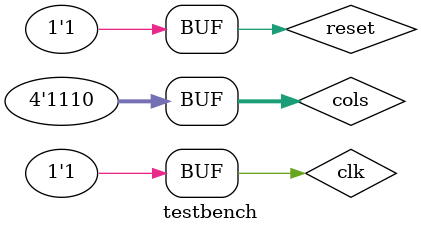
<source format=sv>
`timescale 1ns/1ns

module testbench();
    logic clk;

	// declare inputs and outputs
	logic reset, done;
	logic[3:0] cols, rows, leds;
	logic crct_pwd, incrct_pwd;
	
    
    // device under test
    main_fsm dut(clk, reset, done, cols, rows, leds, crct_pwd, incrct_pwd);
    
    always begin
      clk = 1'b0; #5;
      clk = 1'b1; #5;
    end



    initial begin
      // Delay and then apply inputs
		#6
		reset = 0;
		#103
		reset = 1;

		#103;
		cols = 4'b1111;
		#103;
		cols = 4'b0111;

		#103;
		cols = 4'b1111;
		#103;
		cols = 4'b1011;

		#103;
		cols = 4'b1111;
		#103;
		cols = 4'b1101;

		#103;
		cols = 4'b1111;
		#103;
		cols = 4'b1110;
    end

endmodule
</source>
